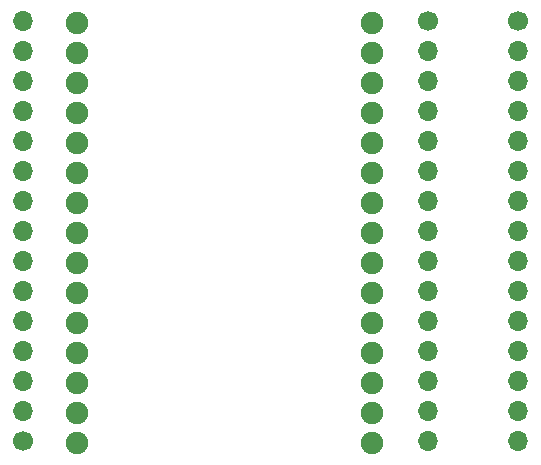
<source format=gbr>
%TF.GenerationSoftware,KiCad,Pcbnew,9.0.1-9.0.1-0~ubuntu24.04.1*%
%TF.CreationDate,2025-04-06T11:53:27+01:00*%
%TF.ProjectId,ESP32 Breakout Board,45535033-3220-4427-9265-616b6f757420,rev?*%
%TF.SameCoordinates,Original*%
%TF.FileFunction,Soldermask,Top*%
%TF.FilePolarity,Negative*%
%FSLAX46Y46*%
G04 Gerber Fmt 4.6, Leading zero omitted, Abs format (unit mm)*
G04 Created by KiCad (PCBNEW 9.0.1-9.0.1-0~ubuntu24.04.1) date 2025-04-06 11:53:27*
%MOMM*%
%LPD*%
G01*
G04 APERTURE LIST*
%ADD10C,1.700000*%
%ADD11O,1.700000X1.700000*%
%ADD12C,1.905000*%
G04 APERTURE END LIST*
D10*
%TO.C,J1*%
X166750000Y-77820000D03*
D11*
X166750000Y-80360000D03*
X166750000Y-82900000D03*
X166750000Y-85440000D03*
X166750000Y-87980000D03*
X166750000Y-90520000D03*
X166750000Y-93060000D03*
X166750000Y-95600000D03*
X166750000Y-98140000D03*
X166750000Y-100680000D03*
X166750000Y-103220000D03*
X166750000Y-105760000D03*
X166750000Y-108300000D03*
X166750000Y-110840000D03*
X166750000Y-113380000D03*
%TD*%
D12*
%TO.C,E1*%
X137000000Y-78000000D03*
X137000000Y-80540000D03*
X137000000Y-83080000D03*
X137000000Y-85620000D03*
X137000000Y-88160000D03*
X137000000Y-90700000D03*
X137000000Y-93240000D03*
X137000000Y-95780000D03*
X137000000Y-98320000D03*
X137000000Y-100860000D03*
X137000000Y-103400000D03*
X137000000Y-105940000D03*
X137000000Y-108480000D03*
X137000000Y-111020000D03*
X137000000Y-113560000D03*
X162000000Y-78000000D03*
X162000000Y-80540000D03*
X162000000Y-83080000D03*
X162000000Y-85620000D03*
X162000000Y-88160000D03*
X162000000Y-90700000D03*
X162000000Y-93240000D03*
X162000000Y-95780000D03*
X162000000Y-98320000D03*
X162000000Y-100860000D03*
X162000000Y-103400000D03*
X162000000Y-105940000D03*
X162000000Y-108480000D03*
X162000000Y-111020000D03*
X162000000Y-113560000D03*
%TD*%
D10*
%TO.C,J3*%
X174370000Y-77820000D03*
D11*
X174370000Y-80360000D03*
X174370000Y-82900000D03*
X174370000Y-85440000D03*
X174370000Y-87980000D03*
X174370000Y-90520000D03*
X174370000Y-93060000D03*
X174370000Y-95600000D03*
X174370000Y-98140000D03*
X174370000Y-100680000D03*
X174370000Y-103220000D03*
X174370000Y-105760000D03*
X174370000Y-108300000D03*
X174370000Y-110840000D03*
X174370000Y-113380000D03*
%TD*%
D10*
%TO.C,J2*%
X132460000Y-113380000D03*
D11*
X132460000Y-110840000D03*
X132460000Y-108300000D03*
X132460000Y-105760000D03*
X132460000Y-103220000D03*
X132460000Y-100680000D03*
X132460000Y-98140000D03*
X132460000Y-95600000D03*
X132460000Y-93060000D03*
X132460000Y-90520000D03*
X132460000Y-87980000D03*
X132460000Y-85440000D03*
X132460000Y-82900000D03*
X132460000Y-80360000D03*
X132460000Y-77820000D03*
%TD*%
M02*

</source>
